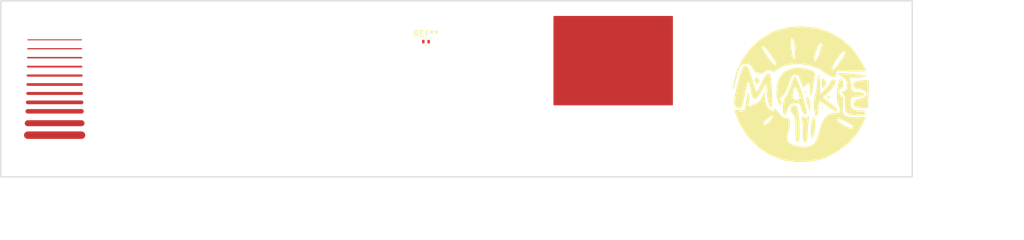
<source format=kicad_pcb>
(kicad_pcb (version 4) (host pcbnew 4.0.4-stable)

  (general
    (links 0)
    (no_connects 0)
    (area 69.924999 84.924999 247.85 127.700001)
    (thickness 1.6)
    (drawings 19)
    (tracks 11)
    (zones 0)
    (modules 2)
    (nets 1)
  )

  (page A4)
  (layers
    (0 F.Cu signal)
    (31 B.Cu signal)
    (32 B.Adhes user)
    (33 F.Adhes user)
    (34 B.Paste user)
    (35 F.Paste user)
    (36 B.SilkS user)
    (37 F.SilkS user)
    (38 B.Mask user)
    (39 F.Mask user)
    (40 Dwgs.User user)
    (41 Cmts.User user)
    (42 Eco1.User user)
    (43 Eco2.User user)
    (44 Edge.Cuts user)
    (45 Margin user)
    (46 B.CrtYd user)
    (47 F.CrtYd user)
    (48 B.Fab user)
    (49 F.Fab user)
  )

  (setup
    (last_trace_width 0.25)
    (user_trace_width 0.254)
    (user_trace_width 0.3048)
    (user_trace_width 0.381)
    (user_trace_width 0.4572)
    (user_trace_width 0.508)
    (user_trace_width 0.635)
    (user_trace_width 0.762)
    (user_trace_width 1.27)
    (trace_clearance 0.2)
    (zone_clearance 0.508)
    (zone_45_only no)
    (trace_min 0.1524)
    (segment_width 0.2)
    (edge_width 0.15)
    (via_size 0.6)
    (via_drill 0.4)
    (via_min_size 0.4)
    (via_min_drill 0.3)
    (uvia_size 0.3)
    (uvia_drill 0.1)
    (uvias_allowed no)
    (uvia_min_size 0.2)
    (uvia_min_drill 0.1)
    (pcb_text_width 0.3)
    (pcb_text_size 1.5 1.5)
    (mod_edge_width 0.15)
    (mod_text_size 1 1)
    (mod_text_width 0.15)
    (pad_size 1.524 1.524)
    (pad_drill 0.762)
    (pad_to_mask_clearance 0.2)
    (aux_axis_origin 70 115)
    (grid_origin 70 115)
    (visible_elements 7FFFFFFF)
    (pcbplotparams
      (layerselection 0x010f0_80000001)
      (usegerberextensions false)
      (excludeedgelayer true)
      (linewidth 0.050000)
      (plotframeref false)
      (viasonmask false)
      (mode 1)
      (useauxorigin false)
      (hpglpennumber 1)
      (hpglpenspeed 20)
      (hpglpendiameter 15)
      (hpglpenoverlay 2)
      (psnegative false)
      (psa4output false)
      (plotreference true)
      (plotvalue true)
      (plotinvisibletext false)
      (padsonsilk false)
      (subtractmaskfromsilk false)
      (outputformat 1)
      (mirror false)
      (drillshape 0)
      (scaleselection 1)
      (outputdirectory makersupv-pcb-ruler-gerber/))
  )

  (net 0 "")

  (net_class Default "This is the default net class."
    (clearance 0.2)
    (trace_width 0.25)
    (via_dia 0.6)
    (via_drill 0.4)
    (uvia_dia 0.3)
    (uvia_drill 0.1)
  )

  (net_class 10mil ""
    (clearance 0.2)
    (trace_width 0.254)
    (via_dia 0.6)
    (via_drill 0.4)
    (uvia_dia 0.3)
    (uvia_drill 0.1)
  )

  (net_class 12mil ""
    (clearance 0.2)
    (trace_width 0.3048)
    (via_dia 0.6)
    (via_drill 0.4)
    (uvia_dia 0.3)
    (uvia_drill 0.1)
  )

  (net_class 15mil ""
    (clearance 0.2)
    (trace_width 0.381)
    (via_dia 0.6)
    (via_drill 0.4)
    (uvia_dia 0.3)
    (uvia_drill 0.1)
  )

  (net_class 18mil ""
    (clearance 0.2)
    (trace_width 0.4572)
    (via_dia 0.6)
    (via_drill 0.4)
    (uvia_dia 0.3)
    (uvia_drill 0.1)
  )

  (net_class 20mil ""
    (clearance 0.2)
    (trace_width 0.508)
    (via_dia 0.6)
    (via_drill 0.4)
    (uvia_dia 0.3)
    (uvia_drill 0.1)
  )

  (net_class 25mil ""
    (clearance 0.2)
    (trace_width 0.635)
    (via_dia 0.6)
    (via_drill 0.4)
    (uvia_dia 0.3)
    (uvia_drill 0.1)
  )

  (net_class 30mil ""
    (clearance 0.2)
    (trace_width 0.762)
    (via_dia 0.6)
    (via_drill 0.4)
    (uvia_dia 0.3)
    (uvia_drill 0.1)
  )

  (net_class 40mil ""
    (clearance 0.2)
    (trace_width 1.016)
    (via_dia 0.6)
    (via_drill 0.4)
    (uvia_dia 0.3)
    (uvia_drill 0.1)
  )

  (net_class 6mil ""
    (clearance 0.2)
    (trace_width 0.1524)
    (via_dia 0.6)
    (via_drill 0.4)
    (uvia_dia 0.3)
    (uvia_drill 0.1)
  )

  (net_class 8mil ""
    (clearance 0.2)
    (trace_width 0.2032)
    (via_dia 0.6)
    (via_drill 0.4)
    (uvia_dia 0.3)
    (uvia_drill 0.1)
  )

  (module Resistors_SMD:R_0402 (layer F.Cu) (tedit 58E0A804) (tstamp 59240EFC)
    (at 142.3 91.952)
    (descr "Resistor SMD 0402, reflow soldering, Vishay (see dcrcw.pdf)")
    (tags "resistor 0402")
    (attr smd)
    (fp_text reference REF** (at 0 -1.35) (layer F.SilkS)
      (effects (font (size 1 1) (thickness 0.15)))
    )
    (fp_text value R_0402 (at 0 1.45) (layer F.Fab)
      (effects (font (size 1 1) (thickness 0.15)))
    )
    (fp_text user %R (at 0 -1.35) (layer F.Fab)
      (effects (font (size 1 1) (thickness 0.15)))
    )
    (fp_line (start -0.5 0.25) (end -0.5 -0.25) (layer F.Fab) (width 0.1))
    (fp_line (start 0.5 0.25) (end -0.5 0.25) (layer F.Fab) (width 0.1))
    (fp_line (start 0.5 -0.25) (end 0.5 0.25) (layer F.Fab) (width 0.1))
    (fp_line (start -0.5 -0.25) (end 0.5 -0.25) (layer F.Fab) (width 0.1))
    (fp_line (start 0.25 -0.53) (end -0.25 -0.53) (layer F.SilkS) (width 0.12))
    (fp_line (start -0.25 0.53) (end 0.25 0.53) (layer F.SilkS) (width 0.12))
    (fp_line (start -0.8 -0.45) (end 0.8 -0.45) (layer F.CrtYd) (width 0.05))
    (fp_line (start -0.8 -0.45) (end -0.8 0.45) (layer F.CrtYd) (width 0.05))
    (fp_line (start 0.8 0.45) (end 0.8 -0.45) (layer F.CrtYd) (width 0.05))
    (fp_line (start 0.8 0.45) (end -0.8 0.45) (layer F.CrtYd) (width 0.05))
    (pad 1 smd rect (at -0.45 0) (size 0.4 0.6) (layers F.Cu F.Paste F.Mask))
    (pad 2 smd rect (at 0.45 0) (size 0.4 0.6) (layers F.Cu F.Paste F.Mask))
    (model ${KISYS3DMOD}/Resistors_SMD.3dshapes/R_0402.wrl
      (at (xyz 0 0 0))
      (scale (xyz 1 1 1))
      (rotate (xyz 0 0 0))
    )
  )

  (module makers_logo:makers_logo (layer F.Cu) (tedit 0) (tstamp 59247651)
    (at 206.144 100.776)
    (fp_text reference G*** (at 0 0) (layer F.SilkS) hide
      (effects (font (thickness 0.3)))
    )
    (fp_text value LOGO (at 0.75 0) (layer F.SilkS) hide
      (effects (font (thickness 0.3)))
    )
    (fp_poly (pts (xy 6.780533 -2.516752) (xy 7.039167 -2.201367) (xy 7.145119 -1.662855) (xy 7.094897 -1.126463)
      (xy 6.885005 -0.817439) (xy 6.807132 -0.802105) (xy 6.500031 -0.603246) (xy 6.431585 -0.16567)
      (xy 6.59919 0.272119) (xy 6.820683 0.43912) (xy 7.057189 0.665048) (xy 7.143638 1.179066)
      (xy 7.107341 2.035855) (xy 7.064825 2.897334) (xy 7.144545 3.392918) (xy 7.389497 3.685548)
      (xy 7.572447 3.798499) (xy 8.172411 3.971202) (xy 9.052387 4.053735) (xy 9.568651 4.049056)
      (xy 10.982565 3.978735) (xy 10.566607 4.974263) (xy 9.499282 6.854569) (xy 7.969296 8.545751)
      (xy 6.030747 9.996173) (xy 4.383725 10.875565) (xy 2.836845 11.378332) (xy 1.005133 11.654758)
      (xy -0.905943 11.69192) (xy -2.690912 11.476893) (xy -3.201939 11.352703) (xy -5.466413 10.448919)
      (xy -7.458482 9.102503) (xy -9.137465 7.352742) (xy -10.462676 5.238927) (xy -10.521595 5.099406)
      (xy -6.416842 5.099406) (xy -6.271353 5.338074) (xy -5.868469 5.159228) (xy -5.348359 4.680002)
      (xy -4.96552 4.199052) (xy -4.848213 3.894157) (xy -4.859883 3.874152) (xy -5.136486 3.922231)
      (xy -5.601665 4.21794) (xy -6.07649 4.620472) (xy -6.382033 4.98902) (xy -6.416842 5.099406)
      (xy -10.521595 5.099406) (xy -11.103188 3.722188) (xy -11.459099 2.713429) (xy -10.560307 2.859282)
      (xy -9.975148 2.918788) (xy -9.687228 2.754087) (xy -9.538328 2.23326) (xy -9.494301 1.970463)
      (xy -9.339378 1.098826) (xy -9.181933 0.33723) (xy -9.165429 0.267369) (xy -9.046082 -0.168631)
      (xy -8.958949 -0.139572) (xy -8.83223 0.383014) (xy -8.828282 0.401053) (xy -8.780707 1.079469)
      (xy -8.90976 1.54383) (xy -9.037373 1.940151) (xy -8.979054 2.072174) (xy -8.650089 2.07542)
      (xy -8.079889 1.860903) (xy -7.457822 1.52792) (xy -6.973252 1.175769) (xy -6.810913 0.93527)
      (xy -6.67981 0.510163) (xy -6.488033 0.133685) (xy -6.285373 -0.153838) (xy -6.203514 -0.038048)
      (xy -6.202232 0.544619) (xy -6.203443 0.583434) (xy -6.100179 1.452964) (xy -5.807105 2.219336)
      (xy -5.784897 2.254486) (xy -5.339466 2.734399) (xy -4.893678 2.936362) (xy -4.594338 2.818268)
      (xy -4.545263 2.610019) (xy -4.412532 2.604874) (xy -4.074328 2.960703) (xy -3.831549 3.282082)
      (xy -3.266731 3.943241) (xy -2.805108 4.157636) (xy -2.637297 4.132662) (xy -2.214333 4.20888)
      (xy -1.979793 4.694959) (xy -1.957228 5.492076) (xy -2.116289 6.318853) (xy -2.303463 7.103363)
      (xy -2.400934 7.727178) (xy -2.404824 7.813661) (xy -2.166003 8.315973) (xy -1.54047 8.710974)
      (xy -0.669931 8.973303) (xy 0.303905 9.077599) (xy 1.239331 8.998503) (xy 1.994639 8.710653)
      (xy 2.115496 8.622632) (xy 2.573362 7.967413) (xy 2.942281 6.860193) (xy 3.014064 6.534604)
      (xy 3.43071 5.123391) (xy 3.831568 4.411397) (xy 6.11445 4.411397) (xy 6.315982 4.74052)
      (xy 6.802875 5.158189) (xy 7.018421 5.300607) (xy 7.77949 5.685885) (xy 8.41036 5.85685)
      (xy 8.77851 5.786524) (xy 8.823158 5.668014) (xy 8.608978 5.464559) (xy 8.08085 5.130785)
      (xy 7.410395 4.760355) (xy 6.769234 4.446933) (xy 6.328986 4.28418) (xy 6.276006 4.277895)
      (xy 6.11445 4.411397) (xy 3.831568 4.411397) (xy 4.012289 4.090405) (xy 4.718102 3.486293)
      (xy 5.507449 3.3617) (xy 5.556671 3.370598) (xy 6.232304 3.329448) (xy 6.57638 2.967443)
      (xy 6.504393 2.414694) (xy 6.338329 2.167124) (xy 6.139886 1.674221) (xy 6.048733 0.898365)
      (xy 6.052185 -0.026114) (xy 6.137562 -0.964881) (xy 6.292181 -1.783605) (xy 6.503359 -2.347953)
      (xy 6.758414 -2.523593) (xy 6.780533 -2.516752)) (layer F.SilkS) (width 0.01))
    (fp_poly (pts (xy 0.307575 3.937323) (xy 0.725897 4.130125) (xy 1.057183 3.937323) (xy 1.265348 3.817769)
      (xy 1.315759 4.064476) (xy 1.240922 4.678948) (xy 1.133787 5.658963) (xy 1.075662 6.748438)
      (xy 1.072417 6.989816) (xy 0.991689 7.898367) (xy 0.745249 8.344438) (xy 0.668421 8.385109)
      (xy 0.451859 8.381806) (xy 0.328029 8.100354) (xy 0.273376 7.445167) (xy 0.263718 6.742662)
      (xy 0.235771 5.707476) (xy 0.166606 4.80054) (xy 0.083668 4.277895) (xy -0.000889 3.829938)
      (xy 0.141028 3.812025) (xy 0.307575 3.937323)) (layer F.SilkS) (width 0.01))
    (fp_poly (pts (xy -0.838323 2.111158) (xy -0.667171 2.455032) (xy -0.518465 3.17429) (xy -0.399032 4.142318)
      (xy -0.315698 5.232502) (xy -0.275291 6.318226) (xy -0.284637 7.272876) (xy -0.350563 7.969837)
      (xy -0.479896 8.282495) (xy -0.505265 8.288421) (xy -0.86833 8.075882) (xy -0.930656 7.954211)
      (xy -0.979941 7.53048) (xy -1.000733 6.744742) (xy -0.989107 5.793979) (xy -0.985654 4.765707)
      (xy -1.067794 4.131767) (xy -1.262921 3.754931) (xy -1.425122 3.609881) (xy -1.801143 3.043056)
      (xy -1.826175 2.649476) (xy -1.590057 2.068413) (xy -1.139932 1.970801) (xy -0.838323 2.111158)) (layer F.SilkS) (width 0.01))
    (fp_poly (pts (xy 2.192545 4.160696) (xy 2.277306 4.357158) (xy 2.37759 4.970945) (xy 2.352095 5.823271)
      (xy 2.226515 6.694759) (xy 2.026546 7.366035) (xy 1.901801 7.563041) (xy 1.726448 7.593661)
      (xy 1.638355 7.201278) (xy 1.623003 6.403474) (xy 1.673257 5.47623) (xy 1.781154 4.702767)
      (xy 1.861673 4.411579) (xy 2.047906 4.043667) (xy 2.192545 4.160696)) (layer F.SilkS) (width 0.01))
    (fp_poly (pts (xy 3.082511 -2.964149) (xy 3.178751 -2.322727) (xy 3.208421 -1.557604) (xy 3.208421 0.093212)
      (xy 3.90521 -0.554973) (xy 4.455341 -1.175745) (xy 4.826289 -1.784419) (xy 4.834382 -1.804737)
      (xy 5.145787 -2.233002) (xy 5.539377 -2.405026) (xy 5.831371 -2.275199) (xy 5.882106 -2.064754)
      (xy 5.694682 -1.517411) (xy 5.20949 -0.793995) (xy 4.542145 -0.057634) (xy 4.310274 0.153004)
      (xy 3.662018 0.710609) (xy 4.905746 1.603787) (xy 5.583924 2.148745) (xy 6.03566 2.622723)
      (xy 6.149474 2.852693) (xy 6.11603 3.110319) (xy 5.955463 3.158852) (xy 5.577422 2.964882)
      (xy 4.891558 2.494999) (xy 4.580793 2.272632) (xy 3.861849 1.77481) (xy 3.321922 1.435401)
      (xy 3.109647 1.336842) (xy 3.008513 1.575789) (xy 2.948344 2.179474) (xy 2.941053 2.524221)
      (xy 2.878006 3.308308) (xy 2.720969 3.797796) (xy 2.518101 3.915089) (xy 2.31756 3.582586)
      (xy 2.306617 3.546514) (xy 2.145353 2.559471) (xy 2.140183 1.430953) (xy 2.285839 0.441044)
      (xy 2.36987 0.183121) (xy 2.554329 -0.546688) (xy 2.662156 -1.501004) (xy 2.673685 -1.888984)
      (xy 2.722375 -2.645851) (xy 2.846711 -3.123117) (xy 2.941053 -3.208421) (xy 3.082511 -2.964149)) (layer F.SilkS) (width 0.01))
    (fp_poly (pts (xy -0.900009 -2.713536) (xy -0.622353 -2.139181) (xy -0.303002 -1.37743) (xy -0.006065 -0.588096)
      (xy 0.204353 0.069005) (xy 0.267369 0.397924) (xy 0.349447 0.86952) (xy 0.557129 1.619153)
      (xy 0.680859 2.001326) (xy 0.891531 2.771528) (xy 0.956872 3.343884) (xy 0.924425 3.494179)
      (xy 0.637321 3.62563) (xy 0.298528 3.346878) (xy 0.003633 2.761774) (xy -0.098214 2.383138)
      (xy -0.276079 1.82275) (xy -0.625333 1.636285) (xy -1.110916 1.653871) (xy -1.737514 1.812878)
      (xy -2.104695 2.240605) (xy -2.2689 2.657544) (xy -2.600217 3.433321) (xy -2.876733 3.687621)
      (xy -3.067765 3.433161) (xy -3.142631 2.682658) (xy -3.135439 2.298401) (xy -3.051878 1.462263)
      (xy -2.900458 0.872058) (xy -2.771949 0.694405) (xy -2.536216 0.399084) (xy -2.495404 0.31736)
      (xy -1.47078 0.31736) (xy -1.452245 0.792921) (xy -1.422911 0.868948) (xy -1.109565 1.036562)
      (xy -0.643366 1.054418) (xy -0.304507 0.929049) (xy -0.267368 0.842003) (xy -0.360306 0.352585)
      (xy -0.580653 -0.268909) (xy -0.840714 -0.812393) (xy -1.052791 -1.06778) (xy -1.065283 -1.069473)
      (xy -1.235574 -0.839995) (xy -1.384648 -0.302331) (xy -1.47078 0.31736) (xy -2.495404 0.31736)
      (xy -2.205377 -0.263396) (xy -1.84972 -1.151677) (xy -1.838551 -1.182708) (xy -1.508769 -2.052219)
      (xy -1.236184 -2.680703) (xy -1.076822 -2.939694) (xy -1.071864 -2.94068) (xy -0.900009 -2.713536)) (layer F.SilkS) (width 0.01))
    (fp_poly (pts (xy 6.691562 -3.473888) (xy 7.649159 -3.439161) (xy 8.685724 -3.352193) (xy 9.664561 -3.231277)
      (xy 10.448975 -3.094705) (xy 10.902271 -2.960771) (xy 10.962106 -2.90239) (xy 10.721247 -2.773277)
      (xy 10.103974 -2.690349) (xy 9.591842 -2.673684) (xy 8.221579 -2.673684) (xy 8.388685 -1.838158)
      (xy 8.50787 -1.131642) (xy 8.55579 -0.635) (xy 8.78482 -0.369025) (xy 9.491902 -0.268769)
      (xy 9.625263 -0.267368) (xy 10.368901 -0.201143) (xy 10.675327 0.018385) (xy 10.694737 0.133685)
      (xy 10.51314 0.416092) (xy 9.915305 0.529216) (xy 9.654248 0.534737) (xy 8.950888 0.587692)
      (xy 8.5991 0.812737) (xy 8.44462 1.208644) (xy 8.409533 2.100201) (xy 8.795039 2.680788)
      (xy 9.561067 2.901986) (xy 9.838516 2.892905) (xy 10.528763 2.895485) (xy 10.847221 3.098681)
      (xy 10.908182 3.275263) (xy 10.887801 3.548736) (xy 10.609111 3.688336) (xy 9.956979 3.733827)
      (xy 9.578026 3.734655) (xy 8.693217 3.671112) (xy 7.993213 3.518003) (xy 7.753685 3.400444)
      (xy 7.48588 2.928026) (xy 7.421735 2.062051) (xy 7.43518 1.778855) (xy 7.433406 0.882017)
      (xy 7.261205 0.352826) (xy 7.061437 0.149324) (xy 6.767316 -0.118576) (xy 6.944652 -0.267672)
      (xy 7.179414 -0.3345) (xy 7.626668 -0.629094) (xy 7.74959 -1.244969) (xy 7.670214 -1.969894)
      (xy 7.357231 -2.493427) (xy 6.691562 -3.023392) (xy 6.030492 -3.475789) (xy 6.691562 -3.473888)) (layer F.SilkS) (width 0.01))
    (fp_poly (pts (xy 1.061154 0.683769) (xy 1.222899 0.840944) (xy 1.531146 1.491462) (xy 1.55711 2.168237)
      (xy 1.470527 3.074737) (xy 1.136316 2.165892) (xy 0.90993 1.43896) (xy 0.803313 0.877484)
      (xy 0.802106 0.838599) (xy 0.844948 0.56252) (xy 1.061154 0.683769)) (layer F.SilkS) (width 0.01))
    (fp_poly (pts (xy -9.313347 -4.70715) (xy -8.934389 -4.157628) (xy -8.532159 -3.096588) (xy -8.36742 -2.549225)
      (xy -8.072856 -1.561864) (xy -7.819995 -0.787712) (xy -7.652813 -0.359253) (xy -7.627209 -0.319139)
      (xy -7.460282 -0.470514) (xy -7.157503 -1.003327) (xy -6.783581 -1.803312) (xy -6.77357 -1.826467)
      (xy -6.253339 -2.866879) (xy -5.811067 -3.401886) (xy -5.611247 -3.475789) (xy -5.404903 -3.405423)
      (xy -5.257379 -3.135076) (xy -5.149653 -2.575872) (xy -5.062707 -1.638936) (xy -4.998397 -0.612062)
      (xy -4.943268 0.568057) (xy -4.920074 1.5367) (xy -4.930202 2.178354) (xy -4.962569 2.378008)
      (xy -5.235501 2.391449) (xy -5.49872 1.949202) (xy -5.721339 1.129897) (xy -5.866944 0.075577)
      (xy -6.029672 -1.737894) (xy -6.604768 -0.650534) (xy -7.225649 0.391933) (xy -7.723222 0.916515)
      (xy -8.113886 0.921492) (xy -8.414042 0.405143) (xy -8.640089 -0.634254) (xy -8.672919 -0.867553)
      (xy -8.803032 -1.588111) (xy -8.945377 -1.993724) (xy -9.024275 -2.026952) (xy -9.152645 -1.699544)
      (xy -9.340954 -0.981739) (xy -9.554699 -0.009468) (xy -9.621112 0.324322) (xy -9.871588 1.496472)
      (xy -10.102207 2.209433) (xy -10.361592 2.534354) (xy -10.698361 2.542379) (xy -11.028947 2.384411)
      (xy -11.295299 2.159733) (xy -11.434607 1.810503) (xy -11.443132 1.250731) (xy -11.317135 0.394427)
      (xy -11.052878 -0.844399) (xy -10.851226 -1.703313) (xy -10.437974 -3.243238) (xy -10.052402 -4.254294)
      (xy -9.681772 -4.740818) (xy -9.313347 -4.70715)) (layer F.SilkS) (width 0.01))
    (fp_poly (pts (xy 3.654035 2.22807) (xy 3.686034 2.545374) (xy 3.654035 2.584562) (xy 3.495085 2.54786)
      (xy 3.47579 2.406316) (xy 3.573616 2.186242) (xy 3.654035 2.22807)) (layer F.SilkS) (width 0.01))
    (fp_poly (pts (xy 11.440484 -2.282418) (xy 11.466742 -2.000108) (xy 11.471574 -1.308614) (xy 11.45498 -0.333059)
      (xy 11.440484 0.166449) (xy 11.363158 2.54) (xy 10.12228 2.459698) (xy 9.366088 2.382855)
      (xy 9.008711 2.226483) (xy 8.914237 1.907499) (xy 8.919122 1.724208) (xy 9.056855 1.246943)
      (xy 9.498952 0.987463) (xy 9.892632 0.896997) (xy 10.753819 0.605267) (xy 11.123942 0.199741)
      (xy 11.004711 -0.22573) (xy 10.397837 -0.577297) (xy 9.863448 -0.7041) (xy 9.170266 -0.872805)
      (xy 8.871954 -1.14782) (xy 8.823158 -1.469926) (xy 8.896607 -1.845274) (xy 9.206738 -2.05872)
      (xy 9.88823 -2.189123) (xy 10.093158 -2.213569) (xy 10.850275 -2.28354) (xy 11.344979 -2.299087)
      (xy 11.440484 -2.282418)) (layer F.SilkS) (width 0.01))
    (fp_poly (pts (xy 0.990559 -4.196155) (xy 1.694189 -3.957644) (xy 2.221334 -3.664568) (xy 2.343194 -3.257339)
      (xy 2.29449 -2.965874) (xy 2.169218 -2.290866) (xy 2.029971 -1.361027) (xy 1.967291 -0.875846)
      (xy 1.826464 -0.102017) (xy 1.65061 0.323125) (xy 1.53805 0.360163) (xy 1.400673 0.013646)
      (xy 1.411671 -0.6181) (xy 1.423455 -0.697513) (xy 1.453257 -1.428231) (xy 1.274025 -1.739729)
      (xy 0.933546 -1.588672) (xy 0.722583 -1.333032) (xy 0.440598 -0.979186) (xy 0.264268 -1.043181)
      (xy 0.06093 -1.529086) (xy -0.200383 -2.249709) (xy -0.374795 -2.759278) (xy -0.698263 -3.157875)
      (xy -1.167588 -3.168605) (xy -1.623167 -2.842503) (xy -1.896665 -2.272631) (xy -2.211848 -1.205832)
      (xy -2.627128 -0.263722) (xy -3.068517 0.406701) (xy -3.362256 0.639157) (xy -3.652668 0.846444)
      (xy -3.488847 1.187061) (xy -3.463759 1.217654) (xy -3.268077 1.653815) (xy -3.423711 1.926449)
      (xy -3.693997 2.012275) (xy -3.947181 1.630227) (xy -4.00059 1.496659) (xy -4.252205 0.251305)
      (xy -4.198874 -1.14906) (xy -3.856746 -2.431844) (xy -3.754939 -2.650591) (xy -2.972945 -3.642178)
      (xy -1.877594 -4.2408) (xy -0.53454 -4.430708) (xy 0.990559 -4.196155)) (layer F.SilkS) (width 0.01))
    (fp_poly (pts (xy 4.773417 0.461838) (xy 4.812632 0.652642) (xy 4.724519 1.038944) (xy 4.493007 0.923142)
      (xy 4.422997 0.82058) (xy 4.456527 0.477191) (xy 4.540902 0.403748) (xy 4.773417 0.461838)) (layer F.SilkS) (width 0.01))
    (fp_poly (pts (xy 2.53518 -11.180334) (xy 4.723997 -10.479906) (xy 6.711863 -9.389103) (xy 8.412058 -7.931516)
      (xy 9.164381 -7.021776) (xy 9.809552 -6.07944) (xy 10.374119 -5.15599) (xy 10.782712 -4.383863)
      (xy 10.95996 -3.895495) (xy 10.962106 -3.862964) (xy 10.715753 -3.790156) (xy 10.059648 -3.748033)
      (xy 9.118222 -3.742927) (xy 8.756316 -3.750719) (xy 7.468306 -3.783644) (xy 6.627261 -3.784537)
      (xy 6.145612 -3.736221) (xy 5.935795 -3.621519) (xy 5.910242 -3.423254) (xy 5.961146 -3.202416)
      (xy 5.976087 -2.807577) (xy 5.634455 -2.72843) (xy 5.472998 -2.745983) (xy 4.755202 -2.994608)
      (xy 4.360142 -3.255573) (xy 3.076743 -4.114874) (xy 2.759619 -4.237206) (xy 5.238831 -4.237206)
      (xy 5.375665 -4.068745) (xy 5.541756 -4.09638) (xy 5.820254 -4.3919) (xy 6.294312 -5.027092)
      (xy 6.525446 -5.347987) (xy 7.165825 -6.30235) (xy 7.453756 -6.902998) (xy 7.403213 -7.185676)
      (xy 7.256853 -7.218947) (xy 6.975211 -7.013942) (xy 6.539754 -6.496565) (xy 6.049603 -5.813272)
      (xy 5.603877 -5.110521) (xy 5.301699 -4.534768) (xy 5.238831 -4.237206) (xy 2.759619 -4.237206)
      (xy 1.57328 -4.694841) (xy -0.024124 -4.98511) (xy -1.589347 -4.975319) (xy -2.996267 -4.655106)
      (xy -4.118763 -4.014108) (xy -4.182846 -3.957486) (xy -4.684469 -3.634433) (xy -4.933888 -3.72305)
      (xy -5.362503 -3.993977) (xy -5.941899 -3.843236) (xy -6.266447 -3.587988) (xy -6.856663 -3.32104)
      (xy -7.529698 -3.436826) (xy -8.084526 -3.864894) (xy -8.291553 -4.297717) (xy -8.561068 -4.799583)
      (xy -9.157475 -5.014118) (xy -9.283796 -5.028773) (xy -9.772834 -5.029738) (xy -10.144266 -4.86765)
      (xy -10.449533 -4.461281) (xy -10.740076 -3.729405) (xy -11.067336 -2.590796) (xy -11.233718 -1.949812)
      (xy -11.481707 -1.006331) (xy -11.621189 -0.558043) (xy -11.664981 -0.579349) (xy -11.6259 -1.044651)
      (xy -11.60756 -1.203158) (xy -11.076301 -3.554168) (xy -10.092364 -5.726698) (xy -8.711047 -7.648162)
      (xy -8.521611 -7.823794) (xy -6.616958 -7.823794) (xy -6.365433 -7.280157) (xy -5.848846 -6.462349)
      (xy -5.817552 -6.416842) (xy -5.092476 -5.431634) (xy -4.591321 -4.898761) (xy -4.32317 -4.826517)
      (xy -4.277894 -5.010842) (xy -4.431966 -5.398545) (xy -4.734671 -5.880559) (xy 2.160175 -5.880559)
      (xy 2.220246 -5.655661) (xy 2.381183 -5.614737) (xy 2.599342 -5.84511) (xy 2.887088 -6.432705)
      (xy 3.049604 -6.865523) (xy 3.343375 -7.774878) (xy 3.454562 -8.289967) (xy 3.394492 -8.514865)
      (xy 3.233555 -8.555789) (xy 3.015396 -8.325416) (xy 2.72765 -7.737821) (xy 2.565133 -7.305003)
      (xy 2.271362 -6.395648) (xy 2.160175 -5.880559) (xy -4.734671 -5.880559) (xy -4.822354 -6.020181)
      (xy -5.341319 -6.734228) (xy -5.881121 -7.399167) (xy -6.33402 -7.873476) (xy -6.56957 -8.021052)
      (xy -6.616958 -7.823794) (xy -8.521611 -7.823794) (xy -7.260679 -8.992841) (xy -1.761076 -8.992841)
      (xy -1.740585 -8.328755) (xy -1.660264 -7.514498) (xy -1.541321 -6.72121) (xy -1.404963 -6.120032)
      (xy -1.272571 -5.882105) (xy -1.135863 -6.13044) (xy -1.092335 -6.812663) (xy -1.120834 -7.480689)
      (xy -1.24343 -8.573711) (xy -1.414817 -9.22523) (xy -1.622619 -9.395643) (xy -1.70053 -9.335614)
      (xy -1.761076 -8.992841) (xy -7.260679 -8.992841) (xy -6.987652 -9.245972) (xy -4.977477 -10.447542)
      (xy -4.369781 -10.70347) (xy -2.098428 -11.315706) (xy 0.232132 -11.466798) (xy 2.53518 -11.180334)) (layer F.SilkS) (width 0.01))
    (fp_poly (pts (xy 0.712983 -0.445614) (xy 0.744982 -0.12831) (xy 0.712983 -0.089123) (xy 0.554033 -0.125824)
      (xy 0.534737 -0.267368) (xy 0.632563 -0.487443) (xy 0.712983 -0.445614)) (layer F.SilkS) (width 0.01))
    (fp_poly (pts (xy 3.876842 -2.406315) (xy 4.215726 -1.968398) (xy 4.277895 -1.737894) (xy 4.090657 -1.298943)
      (xy 3.876842 -1.069473) (xy 3.615858 -0.92503) (xy 3.500486 -1.137037) (xy 3.47579 -1.737894)
      (xy 3.504691 -2.36548) (xy 3.627962 -2.551212) (xy 3.876842 -2.406315)) (layer F.SilkS) (width 0.01))
    (fp_poly (pts (xy -7.179318 -2.518067) (xy -7.133956 -2.096834) (xy -7.352693 -1.710442) (xy -7.640957 -1.437325)
      (xy -7.745181 -1.515501) (xy -7.843893 -2.033311) (xy -7.915974 -2.250764) (xy -7.891748 -2.609842)
      (xy -7.664384 -2.673684) (xy -7.179318 -2.518067)) (layer F.SilkS) (width 0.01))
  )

  (gr_line (start 74.572 107.888) (end 83.716 107.888) (angle 90) (layer F.Mask) (width 1.27))
  (gr_line (start 83.716 105.856) (end 74.572 105.856) (angle 90) (layer F.Mask) (width 1.016))
  (gr_line (start 74.572 105.856) (end 83.716 105.856) (angle 90) (layer F.Mask) (width 0.2))
  (gr_line (start 83.716 103.824) (end 74.572 103.824) (angle 90) (layer F.Mask) (width 0.762))
  (gr_line (start 74.572 102.3) (end 83.716 102.3) (angle 90) (layer F.Mask) (width 0.635))
  (gr_line (start 83.716 100.776) (end 74.572 100.776) (angle 90) (layer F.Mask) (width 0.508))
  (gr_line (start 74.572 99.252) (end 83.716 99.252) (angle 90) (layer F.Mask) (width 0.4572))
  (gr_line (start 74.572 97.728) (end 83.716 97.728) (angle 90) (layer F.Mask) (width 0.381))
  (gr_line (start 74.572 96.204) (end 83.716 96.204) (angle 90) (layer F.Mask) (width 0.3048))
  (gr_line (start 83.716 94.68) (end 74.572 94.68) (angle 90) (layer F.Mask) (width 0.2))
  (gr_line (start 74.572 94.68) (end 83.716 94.68) (angle 90) (layer F.Mask) (width 0.254))
  (gr_line (start 74.572 93.156) (end 83.716 93.156) (angle 90) (layer F.Mask) (width 0.2032))
  (gr_line (start 74.572 91.632) (end 83.716 91.632) (angle 90) (layer F.Mask) (width 0.1524))
  (dimension 30 (width 0.3) (layer Cmts.User)
    (gr_text "30.000 mm" (at 241.35 100 270) (layer Cmts.User)
      (effects (font (size 1.5 1.5) (thickness 0.3)))
    )
    (feature1 (pts (xy 225 115) (xy 242.7 115)))
    (feature2 (pts (xy 225 85) (xy 242.7 85)))
    (crossbar (pts (xy 240 85) (xy 240 115)))
    (arrow1a (pts (xy 240 115) (xy 239.413579 113.873496)))
    (arrow1b (pts (xy 240 115) (xy 240.586421 113.873496)))
    (arrow2a (pts (xy 240 85) (xy 239.413579 86.126504)))
    (arrow2b (pts (xy 240 85) (xy 240.586421 86.126504)))
  )
  (gr_line (start 70 85) (end 70 115) (angle 90) (layer Edge.Cuts) (width 0.15))
  (gr_line (start 225 85) (end 70 85) (angle 90) (layer Edge.Cuts) (width 0.15))
  (gr_line (start 225 115) (end 225 85) (angle 90) (layer Edge.Cuts) (width 0.15))
  (gr_line (start 70 115) (end 225 115) (angle 90) (layer Edge.Cuts) (width 0.15))
  (dimension 155 (width 0.3) (layer Cmts.User)
    (gr_text "155.000 mm" (at 147.5 126.35) (layer Cmts.User)
      (effects (font (size 1.5 1.5) (thickness 0.3)))
    )
    (feature1 (pts (xy 225 115) (xy 225 127.7)))
    (feature2 (pts (xy 70 115) (xy 70 127.7)))
    (crossbar (pts (xy 70 125) (xy 225 125)))
    (arrow1a (pts (xy 225 125) (xy 223.873496 125.586421)))
    (arrow1b (pts (xy 225 125) (xy 223.873496 124.413579)))
    (arrow2a (pts (xy 70 125) (xy 71.126504 125.586421)))
    (arrow2b (pts (xy 70 125) (xy 71.126504 124.413579)))
  )

  (segment (start 74.572 107.888) (end 83.716 107.888) (width 1.27) (layer F.Cu) (net 0))
  (segment (start 74.572 105.856) (end 83.716 105.856) (width 1.016) (layer F.Cu) (net 0))
  (segment (start 74.572 103.824) (end 83.716 103.824) (width 0.762) (layer F.Cu) (net 0))
  (segment (start 74.572 102.3) (end 83.716 102.3) (width 0.635) (layer F.Cu) (net 0))
  (segment (start 74.572 100.776) (end 83.716 100.776) (width 0.508) (layer F.Cu) (net 0))
  (segment (start 74.572 99.252) (end 83.716 99.252) (width 0.4572) (layer F.Cu) (net 0))
  (segment (start 74.572 97.728) (end 83.716 97.728) (width 0.381) (layer F.Cu) (net 0))
  (segment (start 74.572 96.204) (end 83.716 96.204) (width 0.3048) (layer F.Cu) (net 0))
  (segment (start 74.572 94.68) (end 83.716 94.68) (width 0.254) (layer F.Cu) (net 0))
  (segment (start 74.572 93.156) (end 83.716 93.156) (width 0.2032) (layer F.Cu) (net 0))
  (segment (start 74.572 91.632) (end 83.716 91.632) (width 0.1524) (layer F.Cu) (net 0))

  (zone (net 0) (net_name "") (layer F.Cu) (tstamp 5924654B) (hatch edge 0.508)
    (connect_pads yes (clearance 0.508))
    (min_thickness 0.254)
    (fill yes (arc_segments 16) (thermal_gap 0.508) (thermal_bridge_width 0.508))
    (polygon
      (pts
        (xy 184.3 102.808) (xy 163.98 102.808) (xy 163.98 87.568) (xy 184.3 87.568)
      )
    )
    (filled_polygon
      (pts
        (xy 184.173 102.681) (xy 164.107 102.681) (xy 164.107 87.695) (xy 184.173 87.695)
      )
    )
  )
  (zone (net 0) (net_name "") (layer F.Mask) (tstamp 592465F6) (hatch edge 0.508)
    (connect_pads yes (clearance 0.508))
    (min_thickness 0.254)
    (fill yes (arc_segments 16) (thermal_gap 0.508) (thermal_bridge_width 0.508))
    (polygon
      (pts
        (xy 184.3 102.808) (xy 163.98 102.808) (xy 163.98 87.568) (xy 184.3 87.568)
      )
    )
    (filled_polygon
      (pts
        (xy 184.173 102.681) (xy 164.107 102.681) (xy 164.107 87.695) (xy 184.173 87.695)
      )
    )
  )
)

</source>
